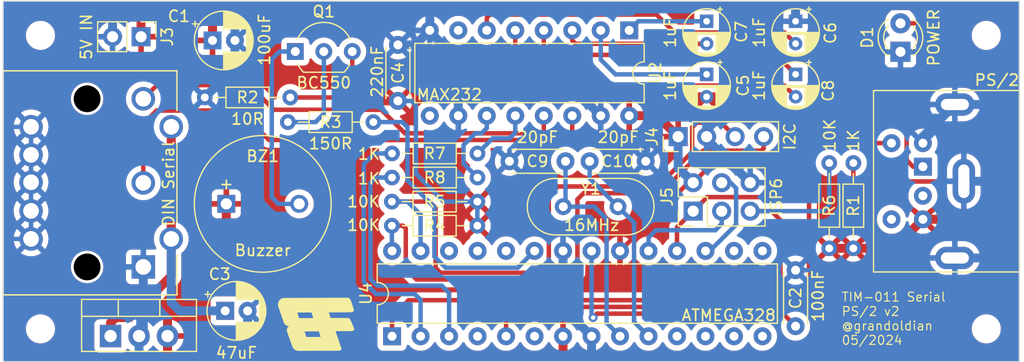
<source format=kicad_pcb>
(kicad_pcb (version 20240108) (generator "pcbnew") (generator_version "8.0")
  (layers (0 "F.Cu" signal) (31 "B.Cu" signal) (34 "B.Paste" user) (35 "F.Paste" user) (36 "B.SilkS" user "B.Silkscreen") (37 "F.SilkS" user "F.Silkscreen") (38 "B.Mask" user) (39 "F.Mask" user) (44 "Edge.Cuts" user))
  (net 0 "")
  (net 1 "+5V")
  (net 2 "GND")
  (net 3 "+12V")
  (net 4 "Net-(U2-VS+)")
  (net 5 "Net-(U2-VS-)")
  (net 6 "Net-(U2-C1+)")
  (net 7 "Net-(U2-C1-)")
  (net 8 "Net-(U2-C2+)")
  (net 9 "Net-(U2-C2-)")
  (net 10 "Net-(D1-A)")
  (net 11 "S_TX")
  (net 12 "S_RX")
  (net 13 "Net-(U4-AREF)")
  (net 15 "PS2-CLK")
  (net 17 "Net-(BZ1--)")
  (net 18 "N_SCL")
  (net 19 "Net-(U4-PB6)")
  (net 20 "Net-(U4-PB7)")
  (net 21 "ADMISO")
  (net 22 "ADMOSI")
  (net 23 "ADSCK")
  (net 24 "ADRESET")
  (net 25 "/AD0")
  (net 26 "/AD1")
  (net 27 "/AD5")
  (net 28 "/AD7")
  (net 29 "/AD10")
  (net 30 "/AD2")
  (net 31 "/AA3")
  (net 32 "N_SDA")
  (net 33 "/AD8")
  (net 34 "/AA1")
  (net 35 "/AD6")
  (net 36 "Net-(Q1-E)")
  (net 37 "Net-(Q1-B)")
  (net 38 "/AA2")
  (net 39 "/AD9")
  (net 40 "/AD4")
  (net 43 "SOUND")
  (net 44 "N_TX")
  (net 45 "N_RX")
  (footprint "Capacitor_THT:CP_Radial_D4.0mm_P2.00mm" (layer "F.Cu") (at 151.35 53.29 -90)
    (property "Reference" "C8" (at 1.46 -2.9 90) (layer "F.SilkS"))
    (property "Value" "1uF" (at 1 3.25 90) (layer "F.SilkS"))
    (pad "1" thru_hole rect (at 0 0 270) (size 1.2 1.2) (drill 0.6) (layers "*.Cu" "*.Mask") (net 8 "Net-(U2-C2+)"))
    (pad "2" thru_hole circle (at 2 0 270) (size 1.2 1.2) (drill 0.6) (layers "*.Cu" "*.Mask") (net 9 "Net-(U2-C2-)"))
  )
  (footprint "TIMPS2Key:BF8" (layer "F.Cu") (at 108.666898 75.66526)
    (property "Reference" "G1" (hide yes))
    (property "Value" "Board Folk Logo" (hide yes))
  )
  (footprint "TIMPS2Key:DINSerial" (layer "F.Cu") (at 88.19 62.9884 90)
    (property "Reference" "J1" (hide yes))
    (property "Value" "DIN Serial" (at -0.0616 7.26 90) (layer "F.SilkS"))
    (pad "" np_thru_hole circle (at -7.4916 0) (size 2.39 2.39) (drill 2.39) (layers "*.Mask"))
    (pad "" np_thru_hole circle (at 7.5184 0) (size 2.39 2.39) (drill 2.39) (layers "*.Mask"))
    (pad "1" thru_hole rect (at -7.4916 5.01) (size 2.1 2.1) (drill 1.4) (layers "*.Mask" "F.Cu" "In1.Cu" "B.Cu") (net 2 "GND"))
    (pad "2" thru_hole circle (at 0.0134 5.01) (size 2.1 2.1) (drill 1.4) (layers "*.Mask" "F.Cu" "In1.Cu" "B.Cu") (net 11 "S_TX"))
    (pad "3" thru_hole circle (at 7.5184 5.01) (size 2.1 2.1) (drill 1.4) (layers "*.Mask" "F.Cu" "In1.Cu" "B.Cu") (net 12 "S_RX"))
    (pad "4" thru_hole circle (at -4.9916 7.5) (size 2.1 2.1) (drill 1.4) (layers "*.Mask" "F.Cu" "In1.Cu" "B.Cu") (net 3 "+12V"))
    (pad "5" thru_hole circle (at 5.0184 7.5) (size 2.1 2.1) (drill 1.4) (layers "*.Mask" "F.Cu" "In1.Cu" "B.Cu") (net 3 "+12V"))
    (pad "G" thru_hole circle (at -4.9916 -4.9968) (size 2.1 2.1) (drill 1.4) (layers "*.Mask" "F.Cu" "In1.Cu" "B.Cu") (net 2 "GND"))
    (pad "G" thru_hole circle (at -2.4866 -4.9968) (size 2.1 2.1) (drill 1.4) (layers "*.Cu" "*.Mask") (net 2 "GND"))
    (pad "G" thru_hole circle (at 0.0642 -4.9968) (size 2.1 2.1) (drill 1.4) (layers "*.Mask" "F.Cu" "In1.Cu" "B.Cu") (net 2 "GND"))
    (pad "G" thru_hole circle (at 2.5134 -4.9968) (size 2.1 2.1) (drill 1.4) (layers "*.Cu" "*.Mask") (net 2 "GND"))
    (pad "G" thru_hole circle (at 5.0184 -4.9968) (size 2.1 2.1) (drill 1.4) (layers "*.Mask" "F.Cu" "In1.Cu" "B.Cu") (net 2 "GND"))
  )
  (footprint "Arduino:Connector_Mini-DIN_Female_6Pin_2rows" (layer "F.Cu") (at 162.7 61.53 90)
    (property "Reference" "J2" (hide yes))
    (property "Value" "PS/2" (at 7.725 6.6 180) (layer "F.SilkS"))
    (pad "1" thru_hole rect (at 0 0 90) (size 1.6 1.6) (drill 0.8) (layers "*.Cu" "*.Mask") (net 21 "ADMISO"))
    (pad "2" thru_hole circle (at -2.6 0 90) (size 1.6 1.6) (drill 0.8) (layers "*.Cu" "*.Mask"))
    (pad "3" thru_hole circle (at 2.1 0 90) (size 1.6 1.6) (drill 0.8) (layers "*.Cu" "*.Mask") (net 2 "GND"))
    (pad "4" thru_hole circle (at -4.7 0 90) (size 1.6 1.6) (drill 0.8) (layers "*.Cu" "*.Mask") (net 1 "+5V"))
    (pad "5" thru_hole circle (at 2.1 -2.8 90) (size 1.6 1.6) (drill 0.8) (layers "*.Cu" "*.Mask") (net 15 "PS2-CLK"))
    (pad "6" thru_hole circle (at -4.7 -2.8 90) (size 1.6 1.6) (drill 0.8) (layers "*.Cu" "*.Mask"))
    (pad "7" thru_hole oval (at -8.15 2.85 90) (size 2 3.5) (drill oval 1 2.5) (layers "*.Cu" "*.Mask") (net 2 "GND"))
    (pad "7" thru_hole oval (at -1.3 3.65 90) (size 4 2) (drill oval 3 1) (layers "*.Cu" "*.Mask") (net 2 "GND"))
    (pad "7" thru_hole oval (at 5.55 2.85 90) (size 2 3.5) (drill oval 1 2.5) (layers "*.Cu" "*.Mask") (net 2 "GND"))
  )
  (footprint "Resistor_THT:R_Axial_DIN0204_L3.6mm_D1.6mm_P7.62mm_Horizontal" (layer "F.Cu") (at 98.68 55.35)
    (property "Reference" "R2" (at 3.81 0 0) (layer "F.SilkS"))
    (property "Value" "10R" (at 3.81 1.92 0) (layer "F.SilkS"))
    (pad "1" thru_hole circle (at 0 0) (size 1.4 1.4) (drill 0.7) (layers "*.Cu" "*.Mask") (net 2 "GND"))
    (pad "2" thru_hole oval (at 7.62 0) (size 1.4 1.4) (drill 0.7) (layers "*.Cu" "*.Mask") (net 36 "Net-(Q1-E)"))
  )
  (footprint "Capacitor_THT:C_Disc_D4.3mm_W1.9mm_P5.00mm" (layer "F.Cu") (at 151.35 75.77 90)
    (property "Reference" "C2" (at 2.5 0 -90) (layer "F.SilkS"))
    (property "Value" "100nF" (at 2.7 2 -90) (layer "F.SilkS"))
    (pad "1" thru_hole circle (at 0 0 90) (size 1.6 1.6) (drill 0.8) (layers "*.Cu" "*.Mask") (net 13 "Net-(U4-AREF)"))
    (pad "2" thru_hole circle (at 5 0 90) (size 1.6 1.6) (drill 0.8) (layers "*.Cu" "*.Mask") (net 2 "GND"))
  )
  (footprint "Resistor_THT:R_Axial_DIN0204_L3.6mm_D1.6mm_P7.62mm_Horizontal" (layer "F.Cu") (at 122.98 66.8 180)
    (property "Reference" "R4" (at 3.81 0 180) (layer "F.SilkS"))
    (property "Value" "10K" (at 10.14 0.05 180) (layer "F.SilkS"))
    (pad "1" thru_hole circle (at 0 0 180) (size 1.4 1.4) (drill 0.7) (layers "*.Cu" "*.Mask") (net 1 "+5V"))
    (pad "2" thru_hole oval (at 7.62 0 180) (size 1.4 1.4) (drill 0.7) (layers "*.Cu" "*.Mask") (net 18 "N_SCL"))
  )
  (footprint "Capacitor_THT:CP_Radial_D4.0mm_P2.00mm" (layer "F.Cu") (at 143.42 48.55 -90)
    (property "Reference" "C7" (at 0.94 -3.09 90) (layer "F.SilkS"))
    (property "Value" "1uF" (at 1 3.25 90) (layer "F.SilkS"))
    (pad "1" thru_hole rect (at 0 0 270) (size 1.2 1.2) (drill 0.6) (layers "*.Cu" "*.Mask") (net 6 "Net-(U2-C1+)"))
    (pad "2" thru_hole circle (at 2 0 270) (size 1.2 1.2) (drill 0.6) (layers "*.Cu" "*.Mask") (net 7 "Net-(U2-C1-)"))
  )
  (footprint "Crystal:Crystal_HC49-U_Vertical" (layer "F.Cu") (at 130.64 65.1)
    (property "Reference" "Y1" (at 2.44 -1.6 0) (layer "F.SilkS"))
    (property "Value" "16MHz" (at 2.53 1.65 0) (layer "F.SilkS"))
    (pad "1" thru_hole circle (at 0 0) (size 1.5 1.5) (drill 0.8) (layers "*.Cu" "*.Mask") (net 19 "Net-(U4-PB6)"))
    (pad "2" thru_hole circle (at 4.88 0) (size 1.5 1.5) (drill 0.8) (layers "*.Cu" "*.Mask") (net 20 "Net-(U4-PB7)"))
  )
  (footprint "Resistor_THT:R_Axial_DIN0204_L3.6mm_D1.6mm_P7.62mm_Horizontal" (layer "F.Cu") (at 122.98 64.65 180)
    (property "Reference" "R5" (at 3.81 0 180) (layer "F.SilkS"))
    (property "Value" "10K" (at 10.14 0 180) (layer "F.SilkS"))
    (pad "1" thru_hole circle (at 0 0 180) (size 1.4 1.4) (drill 0.7) (layers "*.Cu" "*.Mask") (net 1 "+5V"))
    (pad "2" thru_hole oval (at 7.62 0 180) (size 1.4 1.4) (drill 0.7) (layers "*.Cu" "*.Mask") (net 32 "N_SDA"))
  )
  (footprint "Package_DIP:DIP-28_W7.62mm" (layer "F.Cu") (at 115.38 76.67 90)
    (property "Reference" "U4" (at 3.81 -2.33 -90) (layer "F.SilkS"))
    (property "Value" "ATMEGA328" (at 1.87 30.01 0) (layer "F.SilkS"))
    (pad "1" thru_hole rect (at 0 0 90) (size 1.6 1.6) (drill 0.8) (layers "*.Cu" "*.Mask") (net 24 "ADRESET"))
    (pad "2" thru_hole oval (at 0 2.54 90) (size 1.6 1.6) (drill 0.8) (layers "*.Cu" "*.Mask") (net 25 "/AD0"))
    (pad "3" thru_hole oval (at 0 5.08 90) (size 1.6 1.6) (drill 0.8) (layers "*.Cu" "*.Mask") (net 26 "/AD1"))
    (pad "4" thru_hole oval (at 0 7.62 90) (size 1.6 1.6) (drill 0.8) (layers "*.Cu" "*.Mask") (net 30 "/AD2"))
    (pad "5" thru_hole oval (at 0 10.16 90) (size 1.6 1.6) (drill 0.8) (layers "*.Cu" "*.Mask") (net 15 "PS2-CLK"))
    (pad "6" thru_hole oval (at 0 12.7 90) (size 1.6 1.6) (drill 0.8) (layers "*.Cu" "*.Mask") (net 40 "/AD4"))
    (pad "7" thru_hole oval (at 0 15.24 90) (size 1.6 1.6) (drill 0.8) (layers "*.Cu" "*.Mask") (net 1 "+5V"))
    (pad "8" thru_hole oval (at 0 17.78 90) (size 1.6 1.6) (drill 0.8) (layers "*.Cu" "*.Mask") (net 2 "GND"))
    (pad "9" thru_hole oval (at 0 20.32 90) (size 1.6 1.6) (drill 0.8) (layers "*.Cu" "*.Mask") (net 19 "Net-(U4-PB6)"))
    (pad "10" thru_hole oval (at 0 22.86 90) (size 1.6 1.6) (drill 0.8) (layers "*.Cu" "*.Mask") (net 20 "Net-(U4-PB7)"))
    (pad "11" thru_hole oval (at 0 25.4 90) (size 1.6 1.6) (drill 0.8) (layers "*.Cu" "*.Mask") (net 27 "/AD5"))
    (pad "12" thru_hole oval (at 0 27.94 90) (size 1.6 1.6) (drill 0.8) (layers "*.Cu" "*.Mask") (net 35 "/AD6"))
    (pad "13" thru_hole oval (at 0 30.48 90) (size 1.6 1.6) (drill 0.8) (layers "*.Cu" "*.Mask") (net 28 "/AD7"))
    (pad "14" thru_hole oval (at 0 33.02 90) (size 1.6 1.6) (drill 0.8) (layers "*.Cu" "*.Mask") (net 33 "/AD8"))
    (pad "15" thru_hole oval (at 7.62 33.02 90) (size 1.6 1.6) (drill 0.8) (layers "*.Cu" "*.Mask") (net 39 "/AD9"))
    (pad "16" thru_hole oval (at 7.62 30.48 90) (size 1.6 1.6) (drill 0.8) (layers "*.Cu" "*.Mask") (net 29 "/AD10"))
    (pad "17" thru_hole oval (at 7.62 27.94 90) (size 1.6 1.6) (drill 0.8) (layers "*.Cu" "*.Mask") (net 22 "ADMOSI"))
    (pad "18" thru_hole oval (at 7.62 25.4 90) (size 1.6 1.6) (drill 0.8) (layers "*.Cu" "*.Mask") (net 21 "ADMISO"))
    (pad "19" thru_hole oval (at 7.62 22.86 90) (size 1.6 1.6) (drill 0.8) (layers "*.Cu" "*.Mask") (net 23 "ADSCK"))
    (pad "20" thru_hole oval (at 7.62 20.32 90) (size 1.6 1.6) (drill 0.8) (layers "*.Cu" "*.Mask") (net 1 "+5V"))
    (pad "21" thru_hole oval (at 7.62 17.78 90) (size 1.6 1.6) (drill 0.8) (layers "*.Cu" "*.Mask") (net 13 "Net-(U4-AREF)"))
    (pad "22" thru_hole oval (at 7.62 15.24 90) (size 1.6 1.6) (drill 0.8) (layers "*.Cu" "*.Mask") (net 2 "GND"))
    (pad "23" thru_hole oval (at 7.62 12.7 90) (size 1.6 1.6) (drill 0.8) (layers "*.Cu" "*.Mask") (net 43 "SOUND"))
    (pad "24" thru_hole oval (at 7.62 10.16 90) (size 1.6 1.6) (drill 0.8) (layers "*.Cu" "*.Mask") (net 34 "/AA1"))
    (pad "25" thru_hole oval (at 7.62 7.62 90) (size 1.6 1.6) (drill 0.8) (layers "*.Cu" "*.Mask") (net 38 "/AA2"))
    (pad "26" thru_hole oval (at 7.62 5.08 90) (size 1.6 1.6) (drill 0.8) (layers "*.Cu" "*.Mask") (net 31 "/AA3"))
    (pad "27" thru_hole oval (at 7.62 2.54 90) (size 1.6 1.6) (drill 0.8) (layers "*.Cu" "*.Mask") (net 32 "N_SDA"))
    (pad "28" thru_hole oval (at 7.62 0 90) (size 1.6 1.6) (drill 0.8) (layers "*.Cu" "*.Mask") (net 18 "N_SCL"))
  )
  (footprint "Capacitor_THT:C_Disc_D4.3mm_W1.9mm_P5.00mm" (layer "F.Cu") (at 130.84 61.05 180)
    (property "Reference" "C9" (at 2.5 0 180) (layer "F.SilkS"))
    (property "Value" "20pF" (at 2.5 2.15 180) (layer "F.SilkS"))
    (pad "1" thru_hole circle (at 0 0 180) (size 1.6 1.6) (drill 0.8) (layers "*.Cu" "*.Mask") (net 19 "Net-(U4-PB6)"))
    (pad "2" thru_hole circle (at 5 0 180) (size 1.6 1.6) (drill 0.8) (layers "*.Cu" "*.Mask") (net 2 "GND"))
  )
  (footprint "Connector_PinHeader_2.54mm:PinHeader_1x04_P2.54mm_Vertical" (layer "F.Cu") (at 140.88 58.85 90)
    (property "Reference" "J4" (at 0 -2.33 -90) (layer "F.SilkS"))
    (property "Value" "I2C" (at 0 9.95 -90) (layer "F.SilkS"))
    (pad "1" thru_hole rect (at 0 0 90) (size 1.7 1.7) (drill 1) (layers "*.Cu" "*.Mask") (net 1 "+5V"))
    (pad "2" thru_hole oval (at 0 2.54 90) (size 1.7 1.7) (drill 1) (layers "*.Cu" "*.Mask") (net 2 "GND"))
    (pad "3" thru_hole oval (at 0 5.08 90) (size 1.7 1.7) (drill 1) (layers "*.Cu" "*.Mask") (net 32 "N_SDA"))
    (pad "4" thru_hole oval (at 0 7.62 90) (size 1.7 1.7) (drill 1) (layers "*.Cu" "*.Mask") (net 18 "N_SCL"))
  )
  (footprint "MountingHole:MountingHole_2.1mm" (layer "F.Cu") (at 168.35 49.81)
    (property "Reference" "H3" (hide yes))
    (property "Value" "MountingHole" (hide yes))
    (pad "" np_thru_hole circle (at 0 0) (size 2.1 2.1) (drill 2.1) (layers "*.Cu" "*.Mask"))
  )
  (footprint "Resistor_THT:R_Axial_DIN0204_L3.6mm_D1.6mm_P7.62mm_Horizontal" (layer "F.Cu") (at 154.35 68.82 90)
    (property "Reference" "R6" (at 3.81 0 -90) (layer "F.SilkS"))
    (property "Value" "10K" (at 10.1 0.05 -90) (layer "F.SilkS"))
    (pad "1" thru_hole circle (at 0 0 90) (size 1.4 1.4) (drill 0.7) (layers "*.Cu" "*.Mask") (net 1 "+5V"))
    (pad "2" thru_hole oval (at 7.62 0 90) (size 1.4 1.4) (drill 0.7) (layers "*.Cu" "*.Mask") (net 24 "ADRESET"))
  )
  (footprint "LED_THT:LED_D3.0mm" (layer "F.Cu") (at 160.7 51.275 90)
    (property "Reference" "D1" (at 1.27 -2.96 90) (layer "F.SilkS"))
    (property "Value" "POWER" (at 1.27 2.96 90) (layer "F.SilkS"))
    (pad "1" thru_hole rect (at 0 0 90) (size 1.8 1.8) (drill 0.9) (layers "*.Cu" "*.Mask") (net 2 "GND"))
    (pad "2" thru_hole circle (at 2.54 0 90) (size 1.8 1.8) (drill 0.9) (layers "*.Cu" "*.Mask") (net 10 "Net-(D1-A)"))
  )
  (footprint "Capacitor_THT:C_Disc_D4.3mm_W1.9mm_P5.00mm" (layer "F.Cu") (at 115.9 50.66 -90)
    (property "Reference" "C4" (at 2.5 0 90) (layer "F.SilkS"))
    (property "Value" "220nF" (at 2.39 1.85 90) (layer "F.SilkS"))
    (pad "1" thru_hole circle (at 0 0 270) (size 1.6 1.6) (drill 0.8) (layers "*.Cu" "*.Mask") (net 2 "GND"))
    (pad "2" thru_hole circle (at 5 0 270) (size 1.6 1.6) (drill 0.8) (layers "*.Cu" "*.Mask") (net 1 "+5V"))
  )
  (footprint "Resistor_THT:R_Axial_DIN0204_L3.6mm_D1.6mm_P7.62mm_Horizontal" (layer "F.Cu") (at 106.09 57.55)
    (property "Reference" "R3" (at 3.81 0 0) (layer "F.SilkS"))
    (property "Value" "150R" (at 3.81 1.92 0) (layer "F.SilkS"))
    (pad "1" thru_hole circle (at 0 0) (size 1.4 1.4) (drill 0.7) (layers "*.Cu" "*.Mask") (net 37 "Net-(Q1-B)"))
    (pad "2" thru_hole oval (at 7.62 0) (size 1.4 1.4) (drill 0.7) (layers "*.Cu" "*.Mask") (net 43 "SOUND"))
  )
  (footprint "Connector_PinHeader_2.54mm:PinHeader_2x03_P2.54mm_Vertical" (layer "F.Cu") (at 142.22 65.5 90)
    (property "Reference" "J5" (at 1.27 -2.33 -90) (layer "F.SilkS"))
    (property "Value" "ISP6" (at 1.27 7.41 -90) (layer "F.SilkS"))
    (pad "1" thru_hole rect (at 0 0 90) (size 1.7 1.7) (drill 1) (layers "*.Cu" "*.Mask") (net 21 "ADMISO"))
    (pad "2" thru_hole oval (at 2.54 0 90) (size 1.7 1.7) (drill 1) (layers "*.Cu" "*.Mask") (net 1 "+5V"))
    (pad "3" thru_hole oval (at 0 2.54 90) (size 1.7 1.7) (drill 1) (layers "*.Cu" "*.Mask") (net 23 "ADSCK"))
    (pad "4" thru_hole oval (at 2.54 2.54 90) (size 1.7 1.7) (drill 1) (layers "*.Cu" "*.Mask") (net 22 "ADMOSI"))
    (pad "5" thru_hole oval (at 0 5.08 90) (size 1.7 1.7) (drill 1) (layers "*.Cu" "*.Mask") (net 24 "ADRESET"))
    (pad "6" thru_hole oval (at 2.54 5.08 90) (size 1.7 1.7) (drill 1) (layers "*.Cu" "*.Mask") (net 2 "GND"))
  )
  (footprint "Package_TO_SOT_THT:TO-92_Inline_Wide" (layer "F.Cu") (at 106.75 51.25)
    (property "Reference" "Q1" (at 2.54 -3.56 0) (layer "F.SilkS"))
    (property "Value" "BC550" (at 2.54 2.79 0) (layer "F.SilkS"))
    (pad "1" thru_hole rect (at 0 0) (size 1.5 1.5) (drill 0.8) (layers "*.Cu" "*.Mask") (net 17 "Net-(BZ1--)"))
    (pad "2" thru_hole circle (at 2.54 0) (size 1.5 1.5) (drill 0.8) (layers "*.Cu" "*.Mask") (net 37 "Net-(Q1-B)"))
    (pad "3" thru_hole circle (at 5.08 0) (size 1.5 1.5) (drill 0.8) (layers "*.Cu" "*.Mask") (net 36 "Net-(Q1-E)"))
  )
  (footprint "Connector_PinHeader_2.54mm:PinHeader_1x02_P2.54mm_Vertical" (layer "F.Cu") (at 93 49.93 -90)
    (property "Reference" "J3" (at 0 -2.33 90) (layer "F.SilkS"))
    (property "Value" "5V IN" (at 0 4.87 90) (layer "F.SilkS"))
    (pad "1" thru_hole rect (at 0 0 270) (size 1.7 1.7) (drill 1) (layers "*.Cu" "*.Mask") (net 1 "+5V"))
    (pad "2" thru_hole oval (at 0 2.54 270) (size 1.7 1.7) (drill 1) (layers "*.Cu" "*.Mask") (net 2 "GND"))
  )
  (footprint "Buzzer_Beeper:MagneticBuzzer_ProSignal_ABT-410-RC" (layer "F.Cu") (at 100.6 64.85)
    (property "Reference" "BZ1" (at 3.25 -4.25 0) (layer "F.SilkS"))
    (property "Value" "Buzzer" (at 3.25 4.15 0) (layer "F.SilkS"))
    (fp_text user "+" (at 0 -1.8 0) (layer "F.SilkS"))
    (pad "1" thru_hole rect (at 0 0) (size 1.6 1.6) (drill 1) (layers "*.Cu" "*.Mask") (net 1 "+5V"))
    (pad "2" thru_hole circle (at 6.5 0) (size 1.6 1.6) (drill 1) (layers "*.Cu" "*.Mask") (net 17 "Net-(BZ1--)"))
  )
  (footprint "MountingHole:MountingHole_2.1mm" (layer "F.Cu") (at 84.03 49.81)
    (property "Reference" "H2" (hide yes))
    (property "Value" "MountingHole" (hide yes))
    (pad "" np_thru_hole circle (at 0 0) (size 2.1 2.1) (drill 2.1) (layers "*.Cu" "*.Mask"))
  )
  (footprint "MountingHole:MountingHole_2.1mm" (layer "F.Cu") (at 168.35 76.01)
    (property "Reference" "H5" (hide yes))
    (property "Value" "MountingHole" (hide yes))
    (pad "" np_thru_hole circle (at 0 0) (size 2.1 2.1) (drill 2.1) (layers "*.Cu" "*.Mask"))
  )
  (footprint "MountingHole:MountingHole_2.1mm" (layer "F.Cu") (at 84.03 76.01)
    (property "Reference" "H4" (hide yes))
    (property "Value" "MountingHole" (hide yes))
    (pad "" np_thru_hole circle (at 0 0) (size 2.1 2.1) (drill 2.1) (layers "*.Cu" "*.Mask"))
  )
  (footprint "Capacitor_THT:CP_Radial_D5.0mm_P2.00mm" (layer "F.Cu") (at 99.37 50.26)
    (property "Reference" "C1" (at -3 -2.16 0) (layer "F.SilkS"))
    (property "Value" "100uF" (at 4.63 -0.06 90) (layer "F.SilkS"))
    (pad "1" thru_hole rect (at 0 0) (size 1.6 1.6) (drill 0.8) (layers "*.Cu" "*.Mask") (net 1 "+5V"))
    (pad "2" thru_hole circle (at 2 0) (size 1.6 1.6) (drill 0.8) (layers "*.Cu" "*.Mask") (net 2 "GND"))
  )
  (footprint "Package_TO_SOT_THT:TO-220-3_Vertical" (layer "F.Cu") (at 90.28 76.65)
    (property "Reference" "U3" (hide yes))
    (property "Value" "LM7805_TO220" (hide yes))
    (pad "1" thru_hole rect (at 0 0) (size 1.905 2) (drill 1.1) (layers "*.Cu" "*.Mask") (net 3 "+12V"))
    (pad "2" thru_hole oval (at 2.54 0) (size 1.905 2) (drill 1.1) (layers "*.Cu" "*.Mask") (net 2 "GND"))
    (pad "3" thru_hole oval (at 5.08 0) (size 1.905 2) (drill 1.1) (layers "*.Cu" "*.Mask") (net 1 "+5V"))
  )
  (footprint "Capacitor_THT:CP_Radial_D4.0mm_P2.00mm" (layer "F.Cu") (at 143.42 53.29 -90)
    (property "Reference" "C5" (at 1 -3.25 90) (layer "F.SilkS"))
    (property "Value" "1uF" (at 1 3.25 90) (layer "F.SilkS"))
    (pad "1" thru_hole rect (at 0 0 270) (size 1.2 1.2) (drill 0.6) (layers "*.Cu" "*.Mask") (net 4 "Net-(U2-VS+)"))
    (pad "2" thru_hole circle (at 2 0 270) (size 1.2 1.2) (drill 0.6) (layers "*.Cu" "*.Mask") (net 1 "+5V"))
  )
  (footprint "Capacitor_THT:CP_Radial_D5.0mm_P2.00mm" (layer "F.Cu") (at 100.5 74.4)
    (property "Reference" "C3" (at -0.49 -3.27 0) (layer "F.SilkS"))
    (property "Value" "47uF" (at 1 3.75 0) (layer "F.SilkS"))
    (pad "1" thru_hole rect (at 0 0) (size 1.6 1.6) (drill 0.8) (layers "*.Cu" "*.Mask") (net 3 "+12V"))
    (pad "2" thru_hole circle (at 2 0) (size 1.6 1.6) (drill 0.8) (layers "*.Cu" "*.Mask") (net 2 "GND"))
  )
  (footprint "Resistor_THT:R_Axial_DIN0204_L3.6mm_D1.6mm_P7.62mm_Horizontal" (layer "F.Cu") (at 115.37 60.35)
    (property "Reference" "R7" (at 3.81 0 0) (layer "F.SilkS"))
    (property "Value" "1K" (at -2.05381 0.05 0) (layer "F.SilkS"))
    (pad "1" thru_hole circle (at 0 0) (size 1.4 1.4) (drill 0.7) (layers "*.Cu" "*.Mask") (net 25 "/AD0"))
    (pad "2" thru_hole oval (at 7.62 0) (size 1.4 1.4) (drill 0.7) (layers "*.Cu" "*.Mask") (net 45 "N_RX"))
  )
  (footprint "Package_DIP:DIP-16_W7.62mm" (layer "F.Cu") (at 136.52 49.36 -90)
    (property "Reference" "U2" (at 3.81 -2.33 90) (layer "F.SilkS"))
    (property "Value" "MAX232" (at 5.74 16.03 180) (layer "F.SilkS"))
    (pad "1" thru_hole rect (at 0 0 270) (size 1.6 1.6) (drill 0.8) (layers "*.Cu" "*.Mask") (net 6 "Net-(U2-C1+)"))
    (pad "2" thru_hole oval (at 0 2.54 270) (size 1.6 1.6) (drill 0.8) (layers "*.Cu" "*.Mask") (net 4 "Net-(U2-VS+)"))
    (pad "3" thru_hole oval (at 0 5.08 270) (size 1.6 1.6) (drill 0.8) (layers "*.Cu" "*.Mask") (net 7 "Net-(U2-C1-)"))
    (pad "4" thru_hole oval (at 0 7.62 270) (size 1.6 1.6) (drill 0.8) (layers "*.Cu" "*.Mask") (net 8 "Net-(U2-C2+)"))
    (pad "5" thru_hole oval (at 0 10.16 270) (size 1.6 1.6) (drill 0.8) (layers "*.Cu" "*.Mask") (net 9 "Net-(U2-C2-)"))
    (pad "6" thru_hole oval (at 0 12.7 270) (size 1.6 1.6) (drill 0.8) (layers "*.Cu" "*.Mask") (net 5 "Net-(U2-VS-)"))
    (pad "7" thru_hole oval (at 0 15.24 270) (size 1.6 1.6) (drill 0.8) (layers "*.Cu" "*.Mask"))
    (pad "8" thru_hole oval (at 0 17.78 270) (size 1.6 1.6) (drill 0.8) (layers "*.Cu" "*.Mask") (net 2 "GND"))
    (pad "9" thru_hole oval (at 7.62 17.78 270) (size 1.6 1.6) (drill 0.8) (layers "*.Cu" "*.Mask"))
    (pad "10" thru_hole oval (at 7.62 15.24 270) (size 1.6 1.6) (drill 0.8) (layers "*.Cu" "*.Mask") (net 2 "GND"))
    (pad "11" thru_hole oval (at 7.62 12.7 270) (size 1.6 1.6) (drill 0.8) (layers "*.Cu" "*.Mask") (net 44 "N_TX"))
    (pad "12" thru_hole oval (at 7.62 10.16 270) (size 1.6 1.6) (drill 0.8) (layers "*.Cu" "*.Mask") (net 45 "N_RX"))
    (pad "13" thru_hole oval (at 7.62 7.62 270) (size 1.6 1.6) (drill 0.8) (layers "*.Cu" "*.Mask") (net 12 "S_RX"))
    (pad "14" thru_hole oval (at 7.62 5.08 270) (size 1.6 1.6) (drill 0.8) (layers "*.Cu" "*.Mask") (net 11 "S_TX"))
    (pad "15" thru_hole oval (at 7.62 2.54 270) (size 1.6 1.6) (drill 0.8) (layers "*.Cu" "*.Mask") (net 2 "GND"))
    (pad "16" thru_hole oval (at 7.62 0 270) (size 1.6 1.6) (drill 0.8) (layers "*.Cu" "*.Mask") (net 1 "+5V"))
  )
  (footprint "Capacitor_THT:CP_Radial_D4.0mm_P2.00mm" (layer "F.Cu") (at 151.35 48.55 -90)
    (property "Reference" "C6" (at 1.05 -3.1 90) (layer "F.SilkS"))
    (property "Value" "1uF" (at 1 3.25 90) (layer "F.SilkS"))
    (pad "1" thru_hole rect (at 0 0 270) (size 1.2 1.2) (drill 0.6) (layers "*.Cu" "*.Mask") (net 2 "GND"))
    (pad "2" thru_hole circle (at 2 0 270) (size 1.2 1.2) (drill 0.6) (layers "*.Cu" "*.Mask") (net 5 "Net-(U2-VS-)"))
  )
  (footprint "Capacitor_THT:C_Disc_D4.3mm_W1.9mm_P5.00mm" (layer "F.Cu") (at 132.99 61.05)
    (property "Reference" "C10" (at 2.5 0 0) (layer "F.SilkS"))
    (property "Value" "20pF" (at 2.55 -2.15 0) (layer "F.SilkS"))
    (pad "1" thru_hole circle (at 0 0) (size 1.6 1.6) (drill 0.8) (layers "*.Cu" "*.Mask") (net 20 "Net-(U4-PB7)"))
    (pad "2" thru_hole circle (at 5 0) (size 1.6 1.6) (drill 0.8) (layers "*.Cu" "*.Mask") (net 2 "GND"))
  )
  (footprint "Resistor_THT:R_Axial_DIN0204_L3.6mm_D1.6mm_P7.62mm_Horizontal" (layer "F.Cu") (at 156.5 68.82 90)
    (property "Reference" "R1" (at 3.81 0 90) (layer "F.SilkS"))
    (property "Value" "1K" (at 9.633809 0 90) (layer "F.SilkS"))
    (pad "1" thru_hole circle (at 0 0 90) (size 1.4 1.4) (drill 0.7) (layers "*.Cu" "*.Mask") (net 1 "+5V"))
    (pad "2" thru_hole oval (at 7.62 0 90) (size 1.4 1.4) (drill 0.7) (layers "*.Cu" "*.Mask") (net 10 "Net-(D1-A)"))
  )
  (footprint "Resistor_THT:R_Axial_DIN0204_L3.6mm_D1.6mm_P7.62mm_Horizontal" (layer "F.Cu") (at 115.37 62.5)
    (property "Reference" "R8" (at 3.81 0 0) (layer "F.SilkS"))
    (property "Value" "1K" (at -2.05381 0.1 0) (layer "F.SilkS"))
    (pad "1" thru_hole circle (at 0 0) (size 1.4 1.4) (drill 0.7) (layers "*.Cu" "*.Mask") (net 26 "/AD1"))
    (pad "2" thru_hole oval (at 7.62 0) (size 1.4 1.4) (drill 0.7) (layers "*.Cu" "*.Mask") (net 44 "N_TX"))
  )
  (gr_rect (start 80.7 46.75) (end 171.29 78.93) (stroke (width 0.1)) (fill none) (layer "Edge.Cuts"))
  (gr_text "TIM-011 Serial\nPS/2 v2\n@grandoldian\n05/2024" (at 155.4 77.495 0) (layer "F.SilkS") (effects (font (size 0.8 0.8) (thickness 0.1)) (justify left bottom)))
  (segment (start 135.7 69.05) (end 141.79 62.96) (width 0.4) (layer "F.Cu") (net 1))
  (segment (start 154.35 68.82) (end 156.5 68.82) (width 0.8) (layer "F.Cu") (net 1))
  (segment (start 81.1 78.53) (end 95.3 78.53) (width 0.8) (layer "F.Cu") (net 1))
  (segment (start 170.89 78.53) (end 170.89 66.4) (width 0.8) (layer "F.Cu") (net 1))
  (segment (start 140.7 55.29) (end 139.01 56.98) (width 0.8) (layer "F.Cu") (net 1))
  (segment (start 93 49.93) (end 93 47.15) (width 0.8) (layer "F.Cu") (net 1))
  (segment (start 95.3 78.53) (end 130.55 78.53) (width 0.8) (layer "F.Cu") (net 1))
  (segment (start 100.6 68.75) (end 100.6 64.85) (width 0.8) (layer "F.Cu") (net 1))
  (segment (start 99.37 47.18) (end 99.34 47.15) (width 0.8) (layer "F.Cu") (net 1))
  (segment (start 130.62 78.46) (end 130.55 78.53) (width 0.8) (layer "F.Cu") (net 1))
  (segment (start 170.89 47.15) (end 155 47.15) (width 0.8) (layer "F.Cu") (net 1))
  (segment (start 170.89 66.4) (end 170.89 47.15) (width 0.8) (layer "F.Cu") (net 1))
  (segment (start 148.29 55.29) (end 149.95 56.95) (width 0.8) (layer "F.Cu") (net 1))
  (segment (start 170.72 66.23) (end 170.89 66.4) (width 0.8) (layer "F.Cu") (net 1))
  (segment (start 139.01 56.98) (end 140.88 58.85) (width 0.8) (layer "F.Cu") (net 1))
  (segment (start 143.98 61.2) (end 149.45 61.2) (width 0.4) (layer "F.Cu") (net 1))
  (segment (start 155 55.6) (end 155 47.15) (width 0.8) (layer "F.Cu") (net 1))
  (segment (start 143.42 55.29) (end 140.7 55.29) (width 0.8) (layer "F.Cu") (net 1))
  (segment (start 99.34 47.15) (end 93 47.15) (width 0.8) (layer "F.Cu") (net 1))
  (segment (start 142.22 62.96) (end 143.98 61.2) (width 0.4) (layer "F.Cu") (net 1))
  (segment (start 114.76 55.66) (end 113.75 54.65) (width 0.8) (layer "F.Cu") (net 1))
  (segment (start 155 47.15) (end 113.75 47.15) (width 0.8) (layer "F.Cu") (net 1))
  (segment (start 115.9 55.66) (end 114.76 55.66) (width 0.8) (layer "F.Cu") (net 1))
  (segment (start 150.55 60.1) (end 150.55 56.95) (width 0.4) (layer "F.Cu") (net 1))
  (segment (start 136.52 56.98) (end 139.01 56.98) (width 0.8) (layer "F.Cu") (net 1))
  (segment (start 99.37 50.26) (end 99.37 47.18) (width 0.8) (layer "F.Cu") (net 1))
  (segment (start 93 47.15) (end 81.1 47.15) (width 0.8) (layer "F.Cu") (net 1))
  (segment (start 160.11 68.82) (end 162.7 66.23) (width 0.8) (layer "F.Cu") (net 1))
  (segment (start 95.36 76.65) (end 95.36 78.47) (width 0.8) (layer "F.Cu") (net 1))
  (segment (start 81.1 47.15) (end 81.1 78.53) (width 0.8) (layer "F.Cu") (net 1))
  (segment (start 95.36 76.65) (end 95.36 73.99) (width 0.8) (layer "F.Cu") (net 1))
  (segment (start 130.62 76.67) (end 130.62 78.46) (width 0.8) (layer "F.Cu") (net 1))
  (segment (start 153.65 56.95) (end 155 55.6) (width 0.8) (layer "F.Cu") (net 1))
  (segment (start 113.75 54.65) (end 113.75 47.15) (width 0.8) (layer "F.Cu") (net 1))
  (segment (start 150.55 56.95) (end 153.65 56.95) (width 0.8) (layer "F.Cu") (net 1))
  (segment (start 113.75 47.15) (end 97.85 47.15) (width 0.8) (layer "F.Cu") (net 1))
  (segment (start 156.5 68.82) (end 160.11 68.82) (width 0.8) (layer "F.Cu") (net 1))
  (segment (start 143.42 55.29) (end 148.29 55.29) (width 0.8) (layer "F.Cu") (net 1))
  (segment (start 149.95 56.95) (end 150.55 56.95) (width 0.8) (layer "F.Cu") (net 1))
  (segment (start 149.45 61.2) (end 150.55 60.1) (width 0.4) (layer "F.Cu") (net 1))
  (segment (start 95.36 78.47) (end 95.3 78.53) (width 0.8) (layer "F.Cu") (net 1))
  (segment (start 141.79 62.96) (end 142.22 62.96) (width 0.4) (layer "F.Cu") (net 1))
  (segment (start 95.36 73.99) (end 100.6 68.75) (width 0.8) (layer "F.Cu") (net 1))
  (segment (start 162.7 66.23) (end 170.72 66.23) (width 0.8) (layer "F.Cu") (net 1))
  (segment (start 130.55 78.53) (end 170.89 78.53) (width 0.8) (layer "F.Cu") (net 1))
  (segment (start 117.5 62.15) (end 117.5 56.05) (width 0.4) (layer "B.Cu") (net 1))
  (segment (start 140.88 61.62) (end 142.22 62.96) (width 0.8) (layer "B.Cu") (net 1))
  (segment (start 140.88 58.85) (end 140.88 61.62) (width 0.8) (layer "B.Cu") (net 1))
  (segment (start 122.98 64.65) (end 122.98 66.8) (width 0.4) (layer "B.Cu") (net 1))
  (segment (start 122.98 64.65) (end 120 64.65) (width 0.4) (layer "B.Cu") (net 1))
  (segment (start 117.11 55.66) (end 115.9 55.66) (width 0.4) (layer "B.Cu") (net 1))
  (segment (start 120 64.65) (end 117.5 62.15) (width 0.4) (layer "B.Cu") (net 1))
  (segment (start 117.5 56.05) (end 117.11 55.66) (width 0.4) (layer "B.Cu") (net 1))
  (segment (start 153.9 78.53) (end 170.89 78.53) (width 0.8) (layer "B.Cu") (net 2))
  (segment (start 143.42 58.23) (end 144.45 57.2) (width 0.8) (layer "B.Cu") (net 2))
  (segment (start 137.99 61.05) (end 137.99 59.94) (width 0.4) (layer "B.Cu") (net 2))
  (segment (start 118.8 47.15) (end 101.35 47.15) (width 0.8) (layer "B.Cu") (net 2))
  (segment (start 121.28 55.25) (end 132.25 55.25) (width 0.8) (layer "B.Cu") (net 2))
  (segment (start 170.89 47.15) (end 163.85 47.15) (width 0.8) (layer "B.Cu") (net 2))
  (segment (start 137.99 59.94) (end 137.1 59.05) (width 0.4) (layer "B.Cu") (net 2))
  (segment (start 144.45 57.2) (end 164.33 57.2) (width 0.8) (layer "B.Cu") (net 2))
  (segment (start 142.622081 56.85) (end 139.4 56.85) (width 0.8) (layer "B.Cu") (net 2))
  (segment (start 101.37 50.26) (end 101.37 47.17) (width 0.8) (layer "B.Cu") (net 2))
  (segment (start 83.1932 57.97) (end 81.22 57.97) (width 0.4) (layer "B.Cu") (net 2))
  (segment (start 170.89 78.53) (end 170.89 62.9) (width 0.8) (layer "B.Cu") (net 2))
  (segment (start 118.74 49.49) (end 121.28 52.03) (width 0.8) (layer "B.Cu") (net 2))
  (segment (start 160.7 47.15) (end 151.3 47.15) (width 0.8) (layer "B.Cu") (net 2))
  (segment (start 102.5 78.43) (end 102.4 78.53) (width 0.8) (layer "B.Cu") (net 2))
  (segment (start 137.1 59.05) (end 133.95 59.05) (width 0.4) (layer "B.Cu") (net 2))
  (segment (start 160.7 51.275) (end 162.875 51.275) (width 0.4) (layer "B.Cu") (net 2))
  (segment (start 126.85 59.05) (end 125.84 60.06) (width 0.4) (layer "B.Cu") (net 2))
  (segment (start 165.55 69.68) (end 170.87 69.68) (width 0.8) (layer "B.Cu") (net 2))
  (segment (start 133.98 59.02) (end 133.95 59.05) (width 0.4) (layer "B.Cu") (net 2))
  (segment (start 92.82 78.45) (end 92.9 78.53) (width 0.8) (layer "B.Cu") (net 2))
  (segment (start 165.55 55.98) (end 170.89 55.98) (width 0.8) (layer "B.Cu") (net 2))
  (segment (start 117.44 50.66) (end 118.74 49.36) (width 0.8) (layer "B.Cu") (net 2))
  (segment (start 143.42 57.647919) (end 142.622081 56.85) (width 0.8) (layer "B.Cu") (net 2))
  (segment (start 118.74 47.21) (end 118.8 47.15) (width 0.8) (layer "B.Cu") (net 2))
  (segment (start 143.42 59.08) (end 147.3 62.96) (width 0.8) (layer "B.Cu") (net 2))
  (segment (start 166.35 62.83) (end 170.82 62.83) (width 0.8) (layer "B.Cu") (net 2))
  (segment (start 102.4 78.53) (end 153.9 78.53) (width 0.8) (layer "B.Cu") (net 2))
  (segment (start 92.9 78.53) (end 102.4 78.53) (width 0.8) (layer "B.Cu") (net 2))
  (segment (start 93.2 70.48) (end 93.2 76.27) (width 0.8) (layer "B.Cu") (net 2))
  (segment (start 137.99 58.26) (end 137.99 61.05) (width 0.8) (layer "B.Cu") (net 2))
  (segment (start 143.42 58.85) (end 143.42 59.08) (width 0.8) (layer "B.Cu") (net 2))
  (segment (start 118.74 49.36) (end 118.74 47.21) (width 0.8) (layer "B.Cu") (net 2))
  (segment (start 101.37 52.66) (end 101.37 50.26) (width 0.8) (layer "B.Cu") (net 2))
  (segment (start 83.1932 67.98) (end 81.12 67.98) (width 0.4) (layer "B.Cu") (net 2))
  (segment (start 170.82 62.83) (end 170.89 62.9) (width 0.8) (layer "B.Cu") (net 2))
  (segment (start 139.4 56.85) (end 137.99 58.26) (width 0.8) (layer "B.Cu") (net 2))
  (segment (start 153.9 71.05) (end 153.9 78.53) (width 0.4) (layer "B.Cu") (net 2))
  (segment (start 151.3 47.15) (end 118.8 47.15) (width 0.8) (layer "B.Cu") (net 2))
  (segment (start 102.5 74.4) (end 102.5 78.43) (width 0.8) (layer "B.Cu") (net 2))
  (segment (start 81.1 68) (end 81.1 78.53) (width 0.8) (layer "B.Cu") (net 2))
  (segment (start 151.35 48.55) (end 151.35 47.2) (width 0.8) (layer "B.Cu") (net 2))
  (segment (start 115.9 50.66) (end 117.44 50.66) (width 0.8) (layer "B.Cu") (net 2))
  (segment (start 83.1932 57.97) (end 83.1932 67.98) (width 0.4) (layer "B.Cu") (net 2))
  (segment (start 121.28 52.03) (end 121.28 55.25) (width 0.8) (layer "B.Cu") (net 2))
  (segment (start 98.68 55.35) (end 101.37 52.66) (width 0.8) (layer "B.Cu") (net 2))
  (segment (start 163.85 47.15) (end 160.7 47.15) (width 0.8) (layer "B.Cu") (net 2))
  (segment (start 93.2 76.27) (end 92.82 76.65) (width 0.8) (layer "B.Cu") (net 2))
  (segment (start 133.95 59.05) (end 126.85 59.05) (width 0.4) (layer "B.Cu") (net 2))
  (segment (start 121.28 55.25) (end 121.28 56.98) (width 0.8) (layer "B.Cu") (net 2))
  (segment (start 130.62 74.13) (end 133.16 76.67) (width 0.8) (layer "B.Cu") (net 2))
  (segment (start 162.7 59.43) (end 162.7 58.83) (width 0.8) (layer "B.Cu") (net 2))
  (segment (start 130.62 69.05) (end 130.62 74.13) (width 0.8) (layer "B.Cu") (net 2))
  (segment (start 101.37 47.17) (end 101.35 47.15) (width 0.8) (layer "B.Cu") (net 2))
  (segment (start 92.82 76.65) (end 92.82 78.45) (width 0.8) (layer "B.Cu") (net 2))
  (segment (start 132.25 55.25) (end 133.98 56.98) (width 0.8) (layer "B.Cu") (net 2))
  (segment (start 163.85 50.3) (end 163.85 47.15) (width 0.4) (layer "B.Cu") (net 2))
  (segment (start 162.7 58.83) (end 165.55 55.98) (width 0.8) (layer "B.Cu") (net 2))
  (segment (start 81.22 57.97) (end 81.1 57.85) (width 0.4) (layer "B.Cu") (net 2))
  (segment (start 133.98 56.98) (end 133.98 59.02) (width 0.4) (layer "B.Cu") (net 2))
  (segment (start 162.875 51.275) (end 163.85 50.3) (width 0.4) (layer "B.Cu") (net 2))
  (segment (start 153.62 70.77) (end 153.9 71.05) (width 0.4) (layer "B.Cu") (net 2))
  (segment (start 133.16 76.67) (end 133.16 78.49) (width 0.8) (layer "B.Cu") (net 2))
  (segment (start 151.35 70.77) (end 153.62 70.77) (width 0.4) (layer "B.Cu") (net 2))
  (segment (start 143.42 58.85) (end 143.42 57.647919) (width 0.8) (layer "B.Cu") (net 2))
  (segment (start 151.35 47.2) (end 151.3 47.15) (width 0.8) (layer "B.Cu") (net 2))
  (segment (start 81.1 78.53) (end 97.55 78.53) (width 0.8) (layer "B.Cu") (net 2))
  (segment (start 143.42 58.85) (end 143.42 58.23) (width 0.8) (layer "B.Cu") (net 2))
  (segment (start 90.46 49.93) (end 90.46 47.15) (width 0.8) (layer "B.Cu") (net 2))
  (segment (start 125.84 60.06) (end 125.84 61.05) (width 0.4) (layer "B.Cu") (net 2))
  (segment (start 90.46 47.15) (end 90.35 47.15) (width 0.8) (layer "B.Cu") (net 2))
  (segment (start 101.35 47.15) (end 81.1 47.15) (width 0.8) (layer "B.Cu") (net 2))
  (segment (start 81.1 47.15) (end 81.1 57.85) (width 0.8) (layer "B.Cu") (net 2))
  (segment (start 81.12 67.98) (end 81.1 68) (width 0.4) (layer "B.Cu") (net 2))
  (segment (start 81.1 57.85) (end 81.1 68) (width 0.8) (layer "B.Cu") (net 2))
  (segment (start 118.74 49.36) (end 118.74 49.49) (width 0.8) (layer "B.Cu") (net 2))
  (segment (start 164.33 57.2) (end 165.55 55.98) (width 0.8) (layer "B.Cu") (net 2))
  (segment (start 170.89 62.9) (end 170.89 47.15) (width 0.8) (layer "B.Cu") (net 2))
  (segment (start 170.89 55.98) (end 170.89 56.3) (width 0.8) (layer "B.Cu") (net 2))
  (segment (start 90.28 75.47) (end 90.28 76.65) (width 0.8) (layer "F.Cu") (net 3))
  (segment (start 90.75 75) (end 90.28 75.47) (width 0.8) (layer "F.Cu") (net 3))
  (segment (start 95.69 67.98) (end 95.69 71.29) (width 0.8) (layer "F.Cu") (net 3))
  (segment (start 95.69 71.29) (end 91.98 75) (width 0.8) (layer "F.Cu") (net 3))
  (segment (start 91.98 75) (end 90.75 75) (width 0.8) (layer "F.Cu") (net 3))
  (segment (start 95.69 57.97) (end 95.69 67.98) (width 0.8) (layer "F.Cu") (net 3))
  (segment (start 96.45 74.4) (end 95.69 73.64) (width 0.8) (layer "B.Cu") (net 3))
  (segment (start 100.5 74.4) (end 96.45 74.4) (width 0.8) (layer "B.Cu") (net 3))
  (segment (start 95.69 73.64) (end 95.69 67.98) (width 0.8) (layer "B.Cu") (net 3))
  (segment (start 133.98 51.98) (end 135.29 53.29) (width 0.4) (layer "B.Cu") (net 4))
  (segment (start 135.29 53.29) (end 143.42 53.29) (width 0.4) (layer "B.Cu") (net 4))
  (segment (start 133.98 49.36) (end 133.98 51.98) (width 0.4) (layer "B.Cu") (net 4))
  (segment (start 123.82 49.36) (end 123.82 48.22863) (width 0.4) (layer "F.Cu") (net 5))
  (segment (start 123.82 48.22863) (end 124.09863 47.95) (width 0.4) (layer "F.Cu") (net 5))
  (segment (start 140.55 49.55) (end 150.35 49.55) (width 0.4) (layer "F.Cu") (net 5))
  (segment (start 138.95 47.95) (end 140.55 49.55) (width 0.4) (layer "F.Cu") (net 5))
  (segment (start 150.35 49.55) (end 151.35 50.55) (width 0.4) (layer "F.Cu") (net 5))
  (segment (start 124.09863 47.95) (end 138.95 47.95) (width 0.4) (layer "F.Cu") (net 5))
  (segment (start 143.42 48.55) (end 137.33 48.55) (width 0.4) (layer "B.Cu") (net 6))
  (segment (start 137.33 48.55) (end 136.52 49.36) (width 0.4) (layer "B.Cu") (net 6))
  (segment (start 131.44 49.36) (end 131.44 50.26) (width 0.4) (layer "F.Cu") (net 7))
  (segment (start 131.44 50.26) (end 131.74 50.56) (width 0.4) (layer "F.Cu") (net 7))
  (segment (start 143.42 50.55) (end 143.41 50.56) (width 0.4) (layer "F.Cu") (net 7))
  (segment (start 143.41 50.56) (end 131.74 50.56) (width 0.4) (layer "F.Cu") (net 7))
  (segment (start 151.35 53.29) (end 149.61 51.55) (width 0.4) (layer "F.Cu") (net 8))
  (segment (start 129.45 51.55) (end 128.9 51) (width 0.4) (layer "F.Cu") (net 8))
  (segment (start 149.61 51.55) (end 129.45 51.55) (width 0.4) (layer "F.Cu") (net 8))
  (segment (start 128.9 51) (end 128.9 49.36) (width 0.4) (layer "F.Cu") (net 8))
  (segment (start 151.35 55.29) (end 150.35 54.29) (width 0.4) (layer "F.Cu") (net 9))
  (segment (start 150.35 54.29) (end 127.34 54.29) (width 0.4) (layer "F.Cu") (net 9))
  (segment (start 126.36 53.31) (end 126.36 49.36) (width 0.4) (layer "F.Cu") (net 9))
  (segment (start 127.34 54.29) (end 126.36 53.31) (width 0.4) (layer "F.Cu") (net 9))
  (segment (start 163.15 57.3) (end 163.15 49.3) (width 0.4) (layer "F.Cu") (net 10))
  (segment (start 164.45 62.5) (end 164.45 58.6) (width 0.4) (layer "F.Cu") (net 10))
  (segment (start 162.585 48.735) (end 160.7 48.735) (width 0.4) (layer "F.Cu") (net 10))
  (segment (start 156.85 62.85) (end 164.1 62.85) (width 0.4) (layer "F.Cu") (net 10))
  (segment (start 164.45 58.6) (end 163.15 57.3) (width 0.4) (layer "F.Cu") (net 10))
  (segment (start 164.1 62.85) (end 164.45 62.5) (width 0.4) (layer "F.Cu") (net 10))
  (segment (start 163.15 49.3) (end 162.585 48.735) (width 0.4) (layer "F.Cu") (net 10))
  (segment (start 156.5 61.2) (end 156.5 62.5) (width 0.4) (layer "F.Cu") (net 10))
  (segment (start 156.5 62.5) (end 156.85 62.85) (width 0.4) (layer "F.Cu") (net 10))
  (segment (start 104.4 59.15) (end 101.77 56.52) (width 0.4) (layer "F.Cu") (net 11))
  (segment (start 131.44 58.51) (end 130.8 59.15) (width 0.4) (layer "F.Cu") (net 11))
  (segment (start 94.38 56.52) (end 93.2 57.7) (width 0.4) (layer "F.Cu") (net 11))
  (segment (start 131.44 56.98) (end 131.44 58.51) (width 0.4) (layer "F.Cu") (net 11))
  (segment (start 101.77 56.52) (end 94.38 56.52) (width 0.4) (layer "F.Cu") (net 11))
  (segment (start 93.2 57.7) (end 93.2 62.975) (width 0.4) (layer "F.Cu") (net 11))
  (segment (start 130.8 59.15) (end 104.4 59.15) (width 0.4) (layer "F.Cu") (net 11))
  (segment (start 94.42 54.25) (end 102.65 54.25) (width 0.4) (layer "F.Cu") (net 12))
  (segment (start 102.65 54.25) (end 104.85 56.45) (width 0.4) (layer "F.Cu") (net 12))
  (segment (start 104.85 56.45) (end 114.418629 56.45) (width 0.4) (layer "F.Cu") (net 12))
  (segment (start 116.518629 58.55) (end 128.7 58.55) (width 0.4) (layer "F.Cu") (net 12))
  (segment (start 128.9 58.35) (end 128.9 56.98) (width 0.4) (layer "F.Cu") (net 12))
  (segment (start 93.2 55.47) (end 94.42 54.25) (width 0.4) (layer "F.Cu") (net 12))
  (segment (start 128.7 58.55) (end 128.9 58.35) (width 0.4) (layer "F.Cu") (net 12))
  (segment (start 114.418629 56.45) (end 116.518629 58.55) (width 0.4) (layer "F.Cu") (net 12))
  (segment (start 133.65 74.65) (end 150.23 74.65) (width 0.4) (layer "F.Cu") (net 13))
  (segment (start 133.3 75) (end 133.65 74.65) (width 0.4) (layer "F.Cu") (net 13))
  (segment (start 150.23 74.65) (end 151.35 75.77) (width 0.4) (layer "F.Cu") (net 13))
  (via (at 133.3 75) (size 0.8) (drill 0.4) (layers "F.Cu" "B.Cu") (net 13))
  (segment (start 133.16 69.05) (end 133.16 74.86) (width 0.4) (layer "B.Cu") (net 13))
  (segment (start 133.16 74.86) (end 133.3 75) (width 0.4) (layer "B.Cu") (net 13))
  (segment (start 152.55 59.8) (end 152.92 59.43) (width 0.4) (layer "F.Cu") (net 15))
  (segment (start 125.54 76.67) (end 125.54 75.41) (width 0.4) (layer "F.Cu") (net 15))
  (segment (start 125.54 75.41) (end 126.9 74.05) (width 0.4) (layer "F.Cu") (net 15))
  (segment (start 152.25 74.05) (end 152.55 73.75) (width 0.4) (layer "F.Cu") (net 15))
  (segment (start 152.92 59.43) (end 159.9 59.43) (width 0.4) (layer "F.Cu") (net 15))
  (segment (start 152.55 73.75) (end 152.55 59.8) (width 0.4) (layer "F.Cu") (net 15))
  (segment (start 126.9 74.05) (end 152.25 74.05) (width 0.4) (layer "F.Cu") (net 15))
  (segment (start 106.75 51.25) (end 106.4 51.25) (width 0.4) (layer "F.Cu") (net 17))
  (segment (start 105.35 51.25) (end 104.65 51.95) (width 0.4) (layer "B.Cu") (net 17))
  (segment (start 106.75 51.25) (end 105.35 51.25) (width 0.4) (layer "B.Cu") (net 17))
  (segment (start 104.65 64.25) (end 105.25 64.85) (width 0.4) (layer "B.Cu") (net 17))
  (segment (start 105.25 64.85) (end 107.1 64.85) (width 0.4) (layer "B.Cu") (net 17))
  (segment (start 104.65 51.95) (end 104.65 64.25) (width 0.4) (layer "B.Cu") (net 17))
  (segment (start 116.35 66.8) (end 116.6 67.05) (width 0.4) (layer "F.Cu") (net 18))
  (segment (start 148.3 60.1) (end 148.5 59.9) (width 0.4) (layer "F.Cu") (net 18))
  (segment (start 143.1 60.1) (end 148.3 60.1) (width 0.4) (layer "F.Cu") (net 18))
  (segment (start 115.36 66.8) (end 116.35 66.8) (width 0.4) (layer "F.Cu") (net 18))
  (segment (start 131.9 71) (end 131.9 64.45) (width 0.4) (layer "F.Cu") (net 18))
  (segment (start 116.6 67.05) (end 116.6 70.65) (width 0.4) (layer "F.Cu") (net 18))
  (segment (start 148.5 59.9) (end 148.5 58.85) (width 0.4) (layer "F.Cu") (net 18))
  (segment (start 131.3 71.6) (end 131.9 71) (width 0.4) (layer "F.Cu") (net 18))
  (segment (start 132.45 63.9) (end 139.3 63.9) (width 0.4) (layer "F.Cu") (net 18))
  (segment (start 139.3 63.9) (end 143.1 60.1) (width 0.4) (layer "F.Cu") (net 18))
  (segment (start 131.9 64.45) (end 132.45 63.9) (width 0.4) (layer "F.Cu") (net 18))
  (segment (start 117.55 71.6) (end 131.3 71.6) (width 0.4) (layer "F.Cu") (net 18))
  (segment (start 116.6 70.65) (end 117.55 71.6) (width 0.4) (layer "F.Cu") (net 18))
  (segment (start 115.36 66.8) (end 115.36 69.03) (width 0.4) (layer "B.Cu") (net 18))
  (segment (start 115.36 69.03) (end 115.38 69.05) (width 0.4) (layer "B.Cu") (net 18))
  (segment (start 134.5 75.47) (end 134.5 66.2) (width 0.4) (layer "B.Cu") (net 19))
  (segment (start 130.84 61.05) (end 130.84 64.9) (width 0.4) (layer "B.Cu") (net 19))
  (segment (start 130.84 64.9) (end 130.64 65.1) (width 0.4) (layer "B.Cu") (net 19))
  (segment (start 134.5 66.2) (end 133.4 65.1) (width 0.4) (layer "B.Cu") (net 19))
  (segment (start 135.7 76.67) (end 134.5 75.47) (width 0.4) (layer "B.Cu") (net 19))
  (segment (start 133.4 65.1) (end 130.64 65.1) (width 0.4) (layer "B.Cu") (net 19))
  (segment (start 132.99 62.57) (end 132.99 61.05) (width 0.4) (layer "B.Cu") (net 20))
  (segment (start 136.95 66.53) (end 135.52 65.1) (width 0.4) (layer "B.Cu") (net 20))
  (segment (start 138.24 76.67) (end 136.95 75.38) (width 0.4) (layer "B.Cu") (net 20))
  (segment (start 136.95 75.38) (end 136.95 66.53) (width 0.4) (layer "B.Cu") (net 20))
  (segment (start 135.52 65.1) (end 132.99 62.57) (width 0.4) (layer "B.Cu") (net 20))
  (segment (start 142.22 65.5) (end 143.47 64.25) (width 0.4) (layer "F.Cu") (net 21))
  (segment (start 161.83 61.53) (end 162.7 61.53) (width 0.4) (layer "F.Cu") (net 21))
  (segment (start 140.78 66.94) (end 142.22 65.5) (width 0.4) (layer "F.Cu") (net 21))
  (segment (start 143.47 64.25) (end 151.25 64.25) (width 0.4) (layer "F.Cu") (net 21))
  (segment (start 151.25 64.25) (end 151.6 63.9) (width 0.4) (layer "F.Cu") (net 21))
  (segment (start 161.25 60.95) (end 161.83 61.53) (width 0.4) (layer "F.Cu") (net 21))
  (segment (start 151.6 59.55) (end 153.25 57.9) (width 0.4) (layer "F.Cu") (net 21))
  (segment (start 151.6 63.9) (end 151.6 59.55) (width 0.4) (layer "F.Cu") (net 21))
  (segment (start 161.25 58.5) (end 161.25 60.95) (width 0.4) (layer "F.Cu") (net 21))
  (segment (start 140.78 69.05) (end 140.78 66.94) (width 0.4) (layer "F.Cu") (net 21))
  (segment (start 153.25 57.9) (end 160.65 57.9) (width 0.4) (layer "F.Cu") (net 21))
  (segment (start 160.65 57.9) (end 161.25 58.5) (width 0.4) (layer "F.Cu") (net 21))
  (segment (start 145.56 62.96) (end 144.76 62.96) (width 0.4) (layer "B.Cu") (net 22))
  (segment (start 143.32 69.05) (end 143.7 69.05) (width 0.4) (layer "B.Cu") (net 22))
  (segment (start 146.05 63.45) (end 145.56 62.96) (width 0.4) (layer "B.Cu") (net 22))
  (segment (start 146.05 66.7) (end 146.05 63.45) (width 0.4) (layer "B.Cu") (net 22))
  (segment (start 143.7 69.05) (end 146.05 66.7) (width 0.4) (layer "B.Cu") (net 22))
  (segment (start 144.76 65.5) (end 144.76 66.64) (width 0.4) (layer "B.Cu") (net 23))
  (segment (start 138.24 69.05) (end 138.24 67.86) (width 0.4) (layer "B.Cu") (net 23))
  (segment (start 138.24 67.86) (end 138.9 67.2) (width 0.4) (layer "B.Cu") (net 23))
  (segment (start 144.76 66.64) (end 144.2 67.2) (width 0.4) (layer "B.Cu") (net 23))
  (segment (start 138.9 67.2) (end 144.2 67.2) (width 0.4) (layer "B.Cu") (net 23))
  (segment (start 150 72.85) (end 150 66.3) (width 0.4) (layer "F.Cu") (net 24))
  (segment (start 150 66.3) (end 149.2 65.5) (width 0.4) (layer "F.Cu") (net 24))
  (segment (start 116.85 73.45) (end 149.4 73.45) (width 0.4) (layer "F.Cu") (net 24))
  (segment (start 115.38 76.67) (end 115.38 74.92) (width 0.4) (layer "F.Cu") (net 24))
  (segment (start 149.2 65.5) (end 147.3 65.5) (width 0.4) (layer "F.Cu") (net 24))
  (segment (start 149.4 73.45) (end 150 72.85) (width 0.4) (layer "F.Cu") (net 24))
  (segment (start 115.38 74.92) (end 116.85 73.45) (width 0.4) (layer "F.Cu") (net 24))
  (segment (start 153.8 65.5) (end 147.3 65.5) (width 0.4) (layer "B.Cu") (net 24))
  (segment (start 154.35 61.2) (end 154.35 64.95) (width 0.4) (layer "B.Cu") (net 24))
  (segment (start 154.35 64.95) (end 153.8 65.5) (width 0.4) (layer "B.Cu") (net 24))
  (segment (start 117.92 73.42) (end 117.92 76.67) (width 0.4) (layer "B.Cu") (net 25))
  (segment (start 112.85 71.798528) (end 113.951472 72.9) (width 0.4) (layer "B.Cu") (net 25))
  (segment (start 115.37 60.35) (end 113.8 60.35) (width 0.4) (layer "B.Cu") (net 25))
  (segment (start 113.8 60.35) (end 112.85 61.3) (width 0.4) (layer "B.Cu") (net 25))
  (segment (start 113.951472 72.9) (end 117.4 72.9) (width 0.4) (layer "B.Cu") (net 25))
  (segment (start 112.85 61.3) (end 112.85 71.798528) (width 0.4) (layer "B.Cu") (net 25))
  (segment (start 117.4 72.9) (end 117.92 73.42) (width 0.4) (layer "B.Cu") (net 25))
  (segment (start 119.8 72.15) (end 120.46 72.81) (width 0.4) (layer "B.Cu") (net 26))
  (segment (start 113.45 71.55) (end 114.05 72.15) (width 0.4) (layer "B.Cu") (net 26))
  (segment (start 115.37 62.5) (end 113.95 62.5) (width 0.4) (layer "B.Cu") (net 26))
  (segment (start 113.95 62.5) (end 113.45 63) (width 0.4) (layer "B.Cu") (net 26))
  (segment (start 113.45 63) (end 113.45 71.55) (width 0.4) (layer "B.Cu") (net 26))
  (segment (start 120.46 72.81) (end 120.46 76.67) (width 0.4) (layer "B.Cu") (net 26))
  (segment (start 114.05 72.15) (end 119.8 72.15) (width 0.4) (layer "B.Cu") (net 26))
  (segment (start 129.35 70.55) (end 129.35 64.1) (width 0.4) (layer "F.Cu") (net 32))
  (segment (start 119.26 70.56) (end 119.7 71) (width 0.4) (layer "F.Cu") (net 32))
  (segment (start 118.7 64.65) (end 119.26 65.21) (width 0.4) (layer "F.Cu") (net 32))
  (segment (start 139.051472 63.3) (end 142.13 60.221472) (width 0.4) (layer "F.Cu") (net 32))
  (segment (start 142.13 60.221472) (end 142.13 58.02) (width 0.4) (layer "F.Cu") (net 32))
  (segment (start 142.55 57.6) (end 144.71 57.6) (width 0.4) (layer "F.Cu") (net 32))
  (segment (start 130.15 63.3) (end 139.051472 63.3) (width 0.4) (layer "F.Cu") (net 32))
  (segment (start 142.13 58.02) (end 142.55 57.6) (width 0.4) (layer "F.Cu") (net 32))
  (segment (start 128.9 71) (end 129.35 70.55) (width 0.4) (layer "F.Cu") (net 32))
  (segment (start 144.71 57.6) (end 145.96 58.85) (width 0.4) (layer "F.Cu") (net 32))
  (segment (start 119.7 71) (end 128.9 71) (width 0.4) (layer "F.Cu") (net 32))
  (segment (start 119.26 65.21) (end 119.26 70.56) (width 0.4) (layer "F.Cu") (net 32))
  (segment (start 129.35 64.1) (end 130.15 63.3) (width 0.4) (layer "F.Cu") (net 32))
  (segment (start 115.36 64.65) (end 118.7 64.65) (width 0.4) (layer "F.Cu") (net 32))
  (segment (start 116.75 64.65) (end 117.92 65.82) (width 0.4) (layer "B.Cu") (net 32))
  (segment (start 115.36 64.65) (end 116.75 64.65) (width 0.4) (layer "B.Cu") (net 32))
  (segment (start 117.92 65.82) (end 117.92 69.05) (width 0.4) (layer "B.Cu") (net 32))
  (segment (start 110.85 55.35) (end 111.83 54.37) (width 0.4) (layer "F.Cu") (net 36))
  (segment (start 106.3 55.35) (end 110.85 55.35) (width 0.4) (layer "F.Cu") (net 36))
  (segment (start 111.83 54.37) (end 111.83 51.25) (width 0.4) (layer "F.Cu") (net 36))
  (segment (start 106.09 57.55) (end 108.55 57.55) (width 0.4) (layer "B.Cu") (net 37))
  (segment (start 108.55 57.55) (end 109.29 56.81) (width 0.4) (layer "B.Cu") (net 37))
  (segment (start 109.29 56.81) (end 109.29 51.25) (width 0.4) (layer "B.Cu") (net 37))
  (segment (start 128.08 69.05) (end 126.58 70.55) (width 0.4) (layer "B.Cu") (net 43))
  (segment (start 119.15 65.15) (end 116.75 62.75) (width 0.4) (layer "B.Cu") (net 43))
  (segment (start 116.3 57.55) (end 113.71 57.55) (width 0.4) (layer "B.Cu") (net 43))
  (segment (start 120.15 70.55) (end 119.15 69.55) (width 0.4) (layer "B.Cu") (net 43))
  (segment (start 119.15 69.55) (end 119.15 65.15) (width 0.4) (layer "B.Cu") (net 43))
  (segment (start 126.58 70.55) (end 120.15 70.55) (width 0.4) (layer "B.Cu") (net 43))
  (segment (start 116.75 62.75) (end 116.75 58) (width 0.4) (layer "B.Cu") (net 43))
  (segment (start 116.75 58) (end 116.3 57.55) (width 0.4) (layer "B.Cu") (net 43))
  (segment (start 123.82 58.08) (end 123.35 58.55) (width 0.4) (layer "B.Cu") (net 44))
  (segment (start 123.35 58.55) (end 122.8 58.55) (width 0.4) (layer "B.Cu") (net 44))
  (segment (start 121.75 59.6) (end 121.75 61.26) (width 0.4) (layer "B.Cu") (net 44))
  (segment (start 121.75 61.26) (end 122.99 62.5) (width 0.4) (layer "B.Cu") (net 44))
  (segment (start 123.82 56.98) (end 123.82 58.08) (width 0.4) (layer "B.Cu") (net 44))
  (segment (start 122.8 58.55) (end 121.75 59.6) (width 0.4) (layer "B.Cu") (net 44))
  (segment (start 122.99 60.35) (end 124.34 59) (width 0.4) (layer "B.Cu") (net 45))
  (segment (start 126.36 58.49) (end 126.36 56.98) (width 0.4) (layer "B.Cu") (net 45))
  (segment (start 125.85 59) (end 126.36 58.49) (width 0.4) (layer "B.Cu") (net 45))
  (segment (start 124.34 59) (end 125.85 59) (width 0.4) (layer "B.Cu") (net 45))
  (zone (net 1) (net_name "+5V") (layer "F.Cu") (connect_pads (clearance 0.5)) (min_thickness 0.25) (fill yes (thermal_gap 0.5) (thermal_bridge_width 0.5))
    (polygon (pts (xy 80.689999 46.650828) (xy 171.299999 46.750828) (xy 171.299999 78.930828) (xy 80.689999 78.830828)))
  )
  (zone (net 2) (net_name "GND") (layer "B.Cu") (connect_pads (clearance 0.5)) (min_thickness 0.25) (fill yes (thermal_gap 0.5) (thermal_bridge_width 0.5))
    (polygon (pts (xy 80.71 46.700381) (xy 171.29 46.750381) (xy 171.29 78.930381) (xy 80.71 78.880381)))
  )
)
</source>
